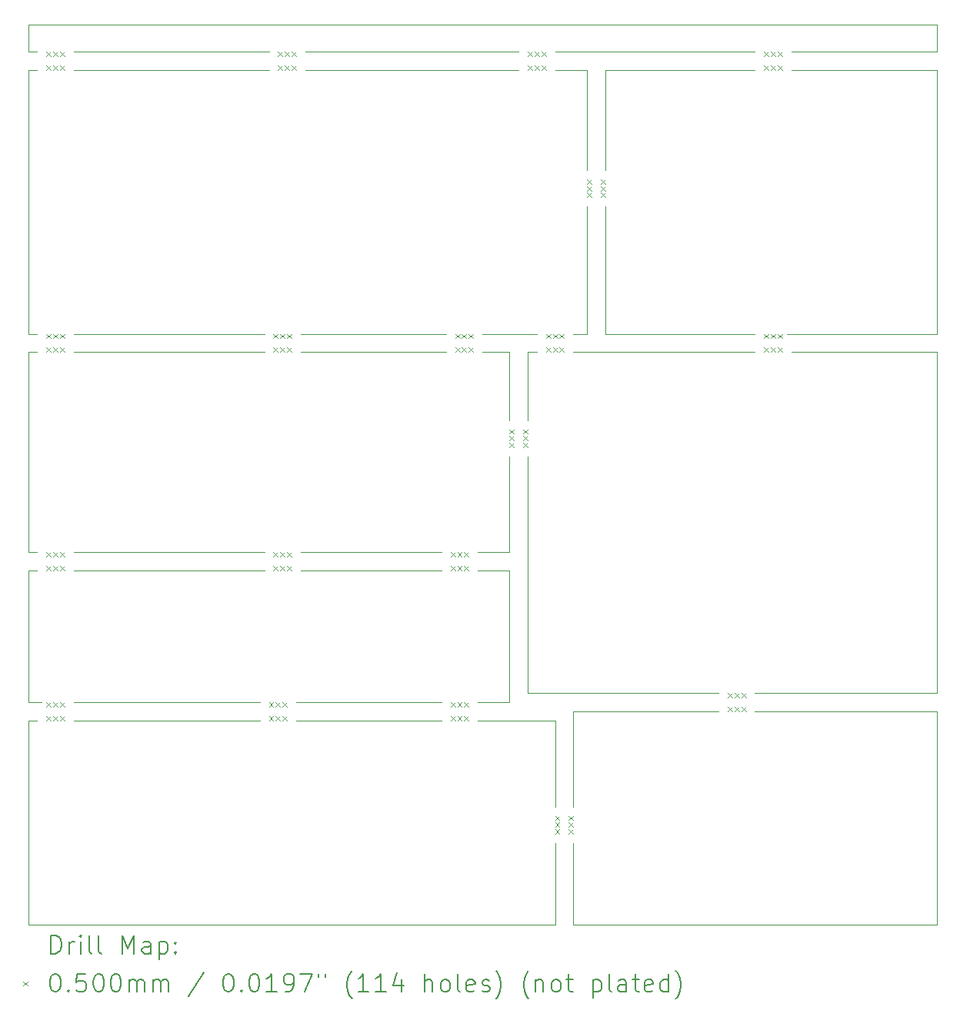
<source format=gbr>
%TF.GenerationSoftware,KiCad,Pcbnew,(6.0.8)*%
%TF.CreationDate,2022-11-19T23:49:12+04:00*%
%TF.ProjectId,panel,70616e65-6c2e-46b6-9963-61645f706362,rev?*%
%TF.SameCoordinates,Original*%
%TF.FileFunction,Drillmap*%
%TF.FilePolarity,Positive*%
%FSLAX45Y45*%
G04 Gerber Fmt 4.5, Leading zero omitted, Abs format (unit mm)*
G04 Created by KiCad (PCBNEW (6.0.8)) date 2022-11-19 23:49:12*
%MOMM*%
%LPD*%
G01*
G04 APERTURE LIST*
%ADD10C,0.100000*%
%ADD11C,0.050000*%
%ADD12C,0.200000*%
G04 APERTURE END LIST*
D10*
X6100000Y-6500000D02*
X6000000Y-6500000D01*
D11*
X6000000Y-12800000D02*
X6000000Y-10550000D01*
X11800000Y-12800000D02*
X6000000Y-12800000D01*
D10*
X11500000Y-10250000D02*
X11500000Y-7650000D01*
X11300000Y-10350000D02*
X10950000Y-10350000D01*
X8600000Y-8700000D02*
X6500000Y-8700000D01*
X6500000Y-3400000D02*
X8650000Y-3400000D01*
X10950000Y-10550000D02*
X11800000Y-10550000D01*
X11500000Y-7250000D02*
X11500000Y-6500000D01*
X16000000Y-6300000D02*
X14350000Y-6300000D01*
X11300000Y-7650000D02*
X11300000Y-8700000D01*
X10550000Y-8700000D02*
X9000000Y-8700000D01*
X14400000Y-3400000D02*
X16000000Y-3400000D01*
X11300000Y-8700000D02*
X10950000Y-8700000D01*
X8550000Y-10550000D02*
X6500000Y-10550000D01*
X11300000Y-6500000D02*
X11300000Y-7250000D01*
D11*
X16000000Y-6500000D02*
X16000000Y-10250000D01*
X6000000Y-6300000D02*
X6000000Y-3400000D01*
D10*
X11800000Y-10550000D02*
X11800000Y-11500000D01*
X11800000Y-3200000D02*
X14000000Y-3200000D01*
X6500000Y-10350000D02*
X8550000Y-10350000D01*
X6100000Y-10550000D02*
X6000000Y-10550000D01*
X12000000Y-11500000D02*
X12000000Y-10450000D01*
X11800000Y-11900000D02*
X11800000Y-12800000D01*
X6500000Y-8900000D02*
X8600000Y-8900000D01*
X14400000Y-6500000D02*
X16000000Y-6500000D01*
X14400000Y-3200000D02*
X16000000Y-3200000D01*
D11*
X6000000Y-8700000D02*
X6000000Y-6500000D01*
D10*
X6500000Y-3200000D02*
X8650000Y-3200000D01*
X12150000Y-4900000D02*
X12150000Y-6300000D01*
X12000000Y-10450000D02*
X13600000Y-10450000D01*
X11800000Y-3400000D02*
X12150000Y-3400000D01*
X12350000Y-3400000D02*
X12350000Y-4500000D01*
X6100000Y-8900000D02*
X6000000Y-8900000D01*
X11000000Y-6500000D02*
X11300000Y-6500000D01*
X6000000Y-3200000D02*
X6000000Y-2900000D01*
X12150000Y-6300000D02*
X12000000Y-6300000D01*
X16000000Y-2900000D02*
X16000000Y-3200000D01*
X8600000Y-6300000D02*
X6500000Y-6300000D01*
X14000000Y-6300000D02*
X12350000Y-6300000D01*
X10550000Y-8900000D02*
X9000000Y-8900000D01*
X16000000Y-3400000D02*
X16000000Y-6300000D01*
X11300000Y-8900000D02*
X11300000Y-10350000D01*
X6000000Y-2900000D02*
X16000000Y-2900000D01*
X12000000Y-6500000D02*
X14000000Y-6500000D01*
X16000000Y-10450000D02*
X16000000Y-12800000D01*
X14000000Y-3400000D02*
X12350000Y-3400000D01*
X11500000Y-6500000D02*
X11600000Y-6500000D01*
X12350000Y-6300000D02*
X12350000Y-4900000D01*
X6500000Y-6500000D02*
X8600000Y-6500000D01*
X12150000Y-4500000D02*
X12150000Y-3400000D01*
X6100000Y-6300000D02*
X6000000Y-6300000D01*
X6100000Y-3200000D02*
X6000000Y-3200000D01*
X6000000Y-10350000D02*
X6150000Y-10350000D01*
X9000000Y-6500000D02*
X10600000Y-6500000D01*
X9000000Y-6300000D02*
X10600000Y-6300000D01*
X9050000Y-3200000D02*
X11400000Y-3200000D01*
X13600000Y-10250000D02*
X11500000Y-10250000D01*
X10550000Y-10350000D02*
X8950000Y-10350000D01*
X12000000Y-12800000D02*
X12000000Y-11900000D01*
X6100000Y-8700000D02*
X6000000Y-8700000D01*
X11000000Y-6300000D02*
X11600000Y-6300000D01*
X16000000Y-12800000D02*
X12000000Y-12800000D01*
X6100000Y-3400000D02*
X6000000Y-3400000D01*
X6000000Y-8900000D02*
X6000000Y-10350000D01*
X10550000Y-10550000D02*
X8950000Y-10550000D01*
X14000000Y-10250000D02*
X16000000Y-10250000D01*
X10950000Y-8900000D02*
X11300000Y-8900000D01*
X14000000Y-10450000D02*
X16000000Y-10450000D01*
X9050000Y-3400000D02*
X11400000Y-3400000D01*
D12*
D11*
X6200000Y-3200000D02*
X6250000Y-3250000D01*
X6250000Y-3200000D02*
X6200000Y-3250000D01*
X6200000Y-3350000D02*
X6250000Y-3400000D01*
X6250000Y-3350000D02*
X6200000Y-3400000D01*
X6200000Y-6300000D02*
X6250000Y-6350000D01*
X6250000Y-6300000D02*
X6200000Y-6350000D01*
X6200000Y-6450000D02*
X6250000Y-6500000D01*
X6250000Y-6450000D02*
X6200000Y-6500000D01*
X6200000Y-8700000D02*
X6250000Y-8750000D01*
X6250000Y-8700000D02*
X6200000Y-8750000D01*
X6200000Y-8850000D02*
X6250000Y-8900000D01*
X6250000Y-8850000D02*
X6200000Y-8900000D01*
X6200000Y-10350000D02*
X6250000Y-10400000D01*
X6250000Y-10350000D02*
X6200000Y-10400000D01*
X6200000Y-10500000D02*
X6250000Y-10550000D01*
X6250000Y-10500000D02*
X6200000Y-10550000D01*
X6275000Y-3200000D02*
X6325000Y-3250000D01*
X6325000Y-3200000D02*
X6275000Y-3250000D01*
X6275000Y-3350000D02*
X6325000Y-3400000D01*
X6325000Y-3350000D02*
X6275000Y-3400000D01*
X6275000Y-6300000D02*
X6325000Y-6350000D01*
X6325000Y-6300000D02*
X6275000Y-6350000D01*
X6275000Y-6450000D02*
X6325000Y-6500000D01*
X6325000Y-6450000D02*
X6275000Y-6500000D01*
X6275000Y-8700000D02*
X6325000Y-8750000D01*
X6325000Y-8700000D02*
X6275000Y-8750000D01*
X6275000Y-8850000D02*
X6325000Y-8900000D01*
X6325000Y-8850000D02*
X6275000Y-8900000D01*
X6275000Y-10350000D02*
X6325000Y-10400000D01*
X6325000Y-10350000D02*
X6275000Y-10400000D01*
X6275000Y-10500000D02*
X6325000Y-10550000D01*
X6325000Y-10500000D02*
X6275000Y-10550000D01*
X6350000Y-3200000D02*
X6400000Y-3250000D01*
X6400000Y-3200000D02*
X6350000Y-3250000D01*
X6350000Y-3350000D02*
X6400000Y-3400000D01*
X6400000Y-3350000D02*
X6350000Y-3400000D01*
X6350000Y-6300000D02*
X6400000Y-6350000D01*
X6400000Y-6300000D02*
X6350000Y-6350000D01*
X6350000Y-6450000D02*
X6400000Y-6500000D01*
X6400000Y-6450000D02*
X6350000Y-6500000D01*
X6350000Y-8700000D02*
X6400000Y-8750000D01*
X6400000Y-8700000D02*
X6350000Y-8750000D01*
X6350000Y-8850000D02*
X6400000Y-8900000D01*
X6400000Y-8850000D02*
X6350000Y-8900000D01*
X6350000Y-10350000D02*
X6400000Y-10400000D01*
X6400000Y-10350000D02*
X6350000Y-10400000D01*
X6350000Y-10500000D02*
X6400000Y-10550000D01*
X6400000Y-10500000D02*
X6350000Y-10550000D01*
X8650000Y-10350000D02*
X8700000Y-10400000D01*
X8700000Y-10350000D02*
X8650000Y-10400000D01*
X8650000Y-10500000D02*
X8700000Y-10550000D01*
X8700000Y-10500000D02*
X8650000Y-10550000D01*
X8700000Y-6300000D02*
X8750000Y-6350000D01*
X8750000Y-6300000D02*
X8700000Y-6350000D01*
X8700000Y-6450000D02*
X8750000Y-6500000D01*
X8750000Y-6450000D02*
X8700000Y-6500000D01*
X8700000Y-8700000D02*
X8750000Y-8750000D01*
X8750000Y-8700000D02*
X8700000Y-8750000D01*
X8700000Y-8850000D02*
X8750000Y-8900000D01*
X8750000Y-8850000D02*
X8700000Y-8900000D01*
X8725000Y-10350000D02*
X8775000Y-10400000D01*
X8775000Y-10350000D02*
X8725000Y-10400000D01*
X8725000Y-10500000D02*
X8775000Y-10550000D01*
X8775000Y-10500000D02*
X8725000Y-10550000D01*
X8750000Y-3200000D02*
X8800000Y-3250000D01*
X8800000Y-3200000D02*
X8750000Y-3250000D01*
X8750000Y-3350000D02*
X8800000Y-3400000D01*
X8800000Y-3350000D02*
X8750000Y-3400000D01*
X8775000Y-6300000D02*
X8825000Y-6350000D01*
X8825000Y-6300000D02*
X8775000Y-6350000D01*
X8775000Y-6450000D02*
X8825000Y-6500000D01*
X8825000Y-6450000D02*
X8775000Y-6500000D01*
X8775000Y-8700000D02*
X8825000Y-8750000D01*
X8825000Y-8700000D02*
X8775000Y-8750000D01*
X8775000Y-8850000D02*
X8825000Y-8900000D01*
X8825000Y-8850000D02*
X8775000Y-8900000D01*
X8800000Y-10350000D02*
X8850000Y-10400000D01*
X8850000Y-10350000D02*
X8800000Y-10400000D01*
X8800000Y-10500000D02*
X8850000Y-10550000D01*
X8850000Y-10500000D02*
X8800000Y-10550000D01*
X8825000Y-3200000D02*
X8875000Y-3250000D01*
X8875000Y-3200000D02*
X8825000Y-3250000D01*
X8825000Y-3350000D02*
X8875000Y-3400000D01*
X8875000Y-3350000D02*
X8825000Y-3400000D01*
X8850000Y-6300000D02*
X8900000Y-6350000D01*
X8900000Y-6300000D02*
X8850000Y-6350000D01*
X8850000Y-6450000D02*
X8900000Y-6500000D01*
X8900000Y-6450000D02*
X8850000Y-6500000D01*
X8850000Y-8700000D02*
X8900000Y-8750000D01*
X8900000Y-8700000D02*
X8850000Y-8750000D01*
X8850000Y-8850000D02*
X8900000Y-8900000D01*
X8900000Y-8850000D02*
X8850000Y-8900000D01*
X8900000Y-3200000D02*
X8950000Y-3250000D01*
X8950000Y-3200000D02*
X8900000Y-3250000D01*
X8900000Y-3350000D02*
X8950000Y-3400000D01*
X8950000Y-3350000D02*
X8900000Y-3400000D01*
X10650000Y-8700000D02*
X10700000Y-8750000D01*
X10700000Y-8700000D02*
X10650000Y-8750000D01*
X10650000Y-8850000D02*
X10700000Y-8900000D01*
X10700000Y-8850000D02*
X10650000Y-8900000D01*
X10650000Y-10350000D02*
X10700000Y-10400000D01*
X10700000Y-10350000D02*
X10650000Y-10400000D01*
X10650000Y-10500000D02*
X10700000Y-10550000D01*
X10700000Y-10500000D02*
X10650000Y-10550000D01*
X10700000Y-6300000D02*
X10750000Y-6350000D01*
X10750000Y-6300000D02*
X10700000Y-6350000D01*
X10700000Y-6450000D02*
X10750000Y-6500000D01*
X10750000Y-6450000D02*
X10700000Y-6500000D01*
X10725000Y-8700000D02*
X10775000Y-8750000D01*
X10775000Y-8700000D02*
X10725000Y-8750000D01*
X10725000Y-8850000D02*
X10775000Y-8900000D01*
X10775000Y-8850000D02*
X10725000Y-8900000D01*
X10725000Y-10350000D02*
X10775000Y-10400000D01*
X10775000Y-10350000D02*
X10725000Y-10400000D01*
X10725000Y-10500000D02*
X10775000Y-10550000D01*
X10775000Y-10500000D02*
X10725000Y-10550000D01*
X10775000Y-6300000D02*
X10825000Y-6350000D01*
X10825000Y-6300000D02*
X10775000Y-6350000D01*
X10775000Y-6450000D02*
X10825000Y-6500000D01*
X10825000Y-6450000D02*
X10775000Y-6500000D01*
X10800000Y-8700000D02*
X10850000Y-8750000D01*
X10850000Y-8700000D02*
X10800000Y-8750000D01*
X10800000Y-8850000D02*
X10850000Y-8900000D01*
X10850000Y-8850000D02*
X10800000Y-8900000D01*
X10800000Y-10350000D02*
X10850000Y-10400000D01*
X10850000Y-10350000D02*
X10800000Y-10400000D01*
X10800000Y-10500000D02*
X10850000Y-10550000D01*
X10850000Y-10500000D02*
X10800000Y-10550000D01*
X10850000Y-6300000D02*
X10900000Y-6350000D01*
X10900000Y-6300000D02*
X10850000Y-6350000D01*
X10850000Y-6450000D02*
X10900000Y-6500000D01*
X10900000Y-6450000D02*
X10850000Y-6500000D01*
X11300000Y-7350000D02*
X11350000Y-7400000D01*
X11350000Y-7350000D02*
X11300000Y-7400000D01*
X11300000Y-7425000D02*
X11350000Y-7475000D01*
X11350000Y-7425000D02*
X11300000Y-7475000D01*
X11300000Y-7500000D02*
X11350000Y-7550000D01*
X11350000Y-7500000D02*
X11300000Y-7550000D01*
X11450000Y-7350000D02*
X11500000Y-7400000D01*
X11500000Y-7350000D02*
X11450000Y-7400000D01*
X11450000Y-7425000D02*
X11500000Y-7475000D01*
X11500000Y-7425000D02*
X11450000Y-7475000D01*
X11450000Y-7500000D02*
X11500000Y-7550000D01*
X11500000Y-7500000D02*
X11450000Y-7550000D01*
X11500000Y-3200000D02*
X11550000Y-3250000D01*
X11550000Y-3200000D02*
X11500000Y-3250000D01*
X11500000Y-3350000D02*
X11550000Y-3400000D01*
X11550000Y-3350000D02*
X11500000Y-3400000D01*
X11575000Y-3200000D02*
X11625000Y-3250000D01*
X11625000Y-3200000D02*
X11575000Y-3250000D01*
X11575000Y-3350000D02*
X11625000Y-3400000D01*
X11625000Y-3350000D02*
X11575000Y-3400000D01*
X11650000Y-3200000D02*
X11700000Y-3250000D01*
X11700000Y-3200000D02*
X11650000Y-3250000D01*
X11650000Y-3350000D02*
X11700000Y-3400000D01*
X11700000Y-3350000D02*
X11650000Y-3400000D01*
X11700000Y-6300000D02*
X11750000Y-6350000D01*
X11750000Y-6300000D02*
X11700000Y-6350000D01*
X11700000Y-6450000D02*
X11750000Y-6500000D01*
X11750000Y-6450000D02*
X11700000Y-6500000D01*
X11775000Y-6300000D02*
X11825000Y-6350000D01*
X11825000Y-6300000D02*
X11775000Y-6350000D01*
X11775000Y-6450000D02*
X11825000Y-6500000D01*
X11825000Y-6450000D02*
X11775000Y-6500000D01*
X11800000Y-11600000D02*
X11850000Y-11650000D01*
X11850000Y-11600000D02*
X11800000Y-11650000D01*
X11800000Y-11675000D02*
X11850000Y-11725000D01*
X11850000Y-11675000D02*
X11800000Y-11725000D01*
X11800000Y-11750000D02*
X11850000Y-11800000D01*
X11850000Y-11750000D02*
X11800000Y-11800000D01*
X11850000Y-6300000D02*
X11900000Y-6350000D01*
X11900000Y-6300000D02*
X11850000Y-6350000D01*
X11850000Y-6450000D02*
X11900000Y-6500000D01*
X11900000Y-6450000D02*
X11850000Y-6500000D01*
X11950000Y-11600000D02*
X12000000Y-11650000D01*
X12000000Y-11600000D02*
X11950000Y-11650000D01*
X11950000Y-11675000D02*
X12000000Y-11725000D01*
X12000000Y-11675000D02*
X11950000Y-11725000D01*
X11950000Y-11750000D02*
X12000000Y-11800000D01*
X12000000Y-11750000D02*
X11950000Y-11800000D01*
X12150000Y-4600000D02*
X12200000Y-4650000D01*
X12200000Y-4600000D02*
X12150000Y-4650000D01*
X12150000Y-4675000D02*
X12200000Y-4725000D01*
X12200000Y-4675000D02*
X12150000Y-4725000D01*
X12150000Y-4750000D02*
X12200000Y-4800000D01*
X12200000Y-4750000D02*
X12150000Y-4800000D01*
X12300000Y-4600000D02*
X12350000Y-4650000D01*
X12350000Y-4600000D02*
X12300000Y-4650000D01*
X12300000Y-4675000D02*
X12350000Y-4725000D01*
X12350000Y-4675000D02*
X12300000Y-4725000D01*
X12300000Y-4750000D02*
X12350000Y-4800000D01*
X12350000Y-4750000D02*
X12300000Y-4800000D01*
X13700000Y-10250000D02*
X13750000Y-10300000D01*
X13750000Y-10250000D02*
X13700000Y-10300000D01*
X13700000Y-10400000D02*
X13750000Y-10450000D01*
X13750000Y-10400000D02*
X13700000Y-10450000D01*
X13775000Y-10250000D02*
X13825000Y-10300000D01*
X13825000Y-10250000D02*
X13775000Y-10300000D01*
X13775000Y-10400000D02*
X13825000Y-10450000D01*
X13825000Y-10400000D02*
X13775000Y-10450000D01*
X13850000Y-10250000D02*
X13900000Y-10300000D01*
X13900000Y-10250000D02*
X13850000Y-10300000D01*
X13850000Y-10400000D02*
X13900000Y-10450000D01*
X13900000Y-10400000D02*
X13850000Y-10450000D01*
X14100000Y-3200000D02*
X14150000Y-3250000D01*
X14150000Y-3200000D02*
X14100000Y-3250000D01*
X14100000Y-3350000D02*
X14150000Y-3400000D01*
X14150000Y-3350000D02*
X14100000Y-3400000D01*
X14100000Y-6300000D02*
X14150000Y-6350000D01*
X14150000Y-6300000D02*
X14100000Y-6350000D01*
X14100000Y-6450000D02*
X14150000Y-6500000D01*
X14150000Y-6450000D02*
X14100000Y-6500000D01*
X14175000Y-3200000D02*
X14225000Y-3250000D01*
X14225000Y-3200000D02*
X14175000Y-3250000D01*
X14175000Y-3350000D02*
X14225000Y-3400000D01*
X14225000Y-3350000D02*
X14175000Y-3400000D01*
X14175000Y-6300000D02*
X14225000Y-6350000D01*
X14225000Y-6300000D02*
X14175000Y-6350000D01*
X14175000Y-6450000D02*
X14225000Y-6500000D01*
X14225000Y-6450000D02*
X14175000Y-6500000D01*
X14250000Y-3200000D02*
X14300000Y-3250000D01*
X14300000Y-3200000D02*
X14250000Y-3250000D01*
X14250000Y-3350000D02*
X14300000Y-3400000D01*
X14300000Y-3350000D02*
X14250000Y-3400000D01*
X14250000Y-6300000D02*
X14300000Y-6350000D01*
X14300000Y-6300000D02*
X14250000Y-6350000D01*
X14250000Y-6450000D02*
X14300000Y-6500000D01*
X14300000Y-6450000D02*
X14250000Y-6500000D01*
D12*
X6252619Y-13115476D02*
X6252619Y-12915476D01*
X6300238Y-12915476D01*
X6328809Y-12925000D01*
X6347857Y-12944048D01*
X6357381Y-12963095D01*
X6366905Y-13001190D01*
X6366905Y-13029762D01*
X6357381Y-13067857D01*
X6347857Y-13086905D01*
X6328809Y-13105952D01*
X6300238Y-13115476D01*
X6252619Y-13115476D01*
X6452619Y-13115476D02*
X6452619Y-12982143D01*
X6452619Y-13020238D02*
X6462143Y-13001190D01*
X6471667Y-12991667D01*
X6490714Y-12982143D01*
X6509762Y-12982143D01*
X6576428Y-13115476D02*
X6576428Y-12982143D01*
X6576428Y-12915476D02*
X6566905Y-12925000D01*
X6576428Y-12934524D01*
X6585952Y-12925000D01*
X6576428Y-12915476D01*
X6576428Y-12934524D01*
X6700238Y-13115476D02*
X6681190Y-13105952D01*
X6671667Y-13086905D01*
X6671667Y-12915476D01*
X6805000Y-13115476D02*
X6785952Y-13105952D01*
X6776428Y-13086905D01*
X6776428Y-12915476D01*
X7033571Y-13115476D02*
X7033571Y-12915476D01*
X7100238Y-13058333D01*
X7166905Y-12915476D01*
X7166905Y-13115476D01*
X7347857Y-13115476D02*
X7347857Y-13010714D01*
X7338333Y-12991667D01*
X7319286Y-12982143D01*
X7281190Y-12982143D01*
X7262143Y-12991667D01*
X7347857Y-13105952D02*
X7328809Y-13115476D01*
X7281190Y-13115476D01*
X7262143Y-13105952D01*
X7252619Y-13086905D01*
X7252619Y-13067857D01*
X7262143Y-13048809D01*
X7281190Y-13039286D01*
X7328809Y-13039286D01*
X7347857Y-13029762D01*
X7443095Y-12982143D02*
X7443095Y-13182143D01*
X7443095Y-12991667D02*
X7462143Y-12982143D01*
X7500238Y-12982143D01*
X7519286Y-12991667D01*
X7528809Y-13001190D01*
X7538333Y-13020238D01*
X7538333Y-13077381D01*
X7528809Y-13096428D01*
X7519286Y-13105952D01*
X7500238Y-13115476D01*
X7462143Y-13115476D01*
X7443095Y-13105952D01*
X7624048Y-13096428D02*
X7633571Y-13105952D01*
X7624048Y-13115476D01*
X7614524Y-13105952D01*
X7624048Y-13096428D01*
X7624048Y-13115476D01*
X7624048Y-12991667D02*
X7633571Y-13001190D01*
X7624048Y-13010714D01*
X7614524Y-13001190D01*
X7624048Y-12991667D01*
X7624048Y-13010714D01*
D11*
X5945000Y-13420000D02*
X5995000Y-13470000D01*
X5995000Y-13420000D02*
X5945000Y-13470000D01*
D12*
X6290714Y-13335476D02*
X6309762Y-13335476D01*
X6328809Y-13345000D01*
X6338333Y-13354524D01*
X6347857Y-13373571D01*
X6357381Y-13411667D01*
X6357381Y-13459286D01*
X6347857Y-13497381D01*
X6338333Y-13516428D01*
X6328809Y-13525952D01*
X6309762Y-13535476D01*
X6290714Y-13535476D01*
X6271667Y-13525952D01*
X6262143Y-13516428D01*
X6252619Y-13497381D01*
X6243095Y-13459286D01*
X6243095Y-13411667D01*
X6252619Y-13373571D01*
X6262143Y-13354524D01*
X6271667Y-13345000D01*
X6290714Y-13335476D01*
X6443095Y-13516428D02*
X6452619Y-13525952D01*
X6443095Y-13535476D01*
X6433571Y-13525952D01*
X6443095Y-13516428D01*
X6443095Y-13535476D01*
X6633571Y-13335476D02*
X6538333Y-13335476D01*
X6528809Y-13430714D01*
X6538333Y-13421190D01*
X6557381Y-13411667D01*
X6605000Y-13411667D01*
X6624048Y-13421190D01*
X6633571Y-13430714D01*
X6643095Y-13449762D01*
X6643095Y-13497381D01*
X6633571Y-13516428D01*
X6624048Y-13525952D01*
X6605000Y-13535476D01*
X6557381Y-13535476D01*
X6538333Y-13525952D01*
X6528809Y-13516428D01*
X6766905Y-13335476D02*
X6785952Y-13335476D01*
X6805000Y-13345000D01*
X6814524Y-13354524D01*
X6824048Y-13373571D01*
X6833571Y-13411667D01*
X6833571Y-13459286D01*
X6824048Y-13497381D01*
X6814524Y-13516428D01*
X6805000Y-13525952D01*
X6785952Y-13535476D01*
X6766905Y-13535476D01*
X6747857Y-13525952D01*
X6738333Y-13516428D01*
X6728809Y-13497381D01*
X6719286Y-13459286D01*
X6719286Y-13411667D01*
X6728809Y-13373571D01*
X6738333Y-13354524D01*
X6747857Y-13345000D01*
X6766905Y-13335476D01*
X6957381Y-13335476D02*
X6976428Y-13335476D01*
X6995476Y-13345000D01*
X7005000Y-13354524D01*
X7014524Y-13373571D01*
X7024048Y-13411667D01*
X7024048Y-13459286D01*
X7014524Y-13497381D01*
X7005000Y-13516428D01*
X6995476Y-13525952D01*
X6976428Y-13535476D01*
X6957381Y-13535476D01*
X6938333Y-13525952D01*
X6928809Y-13516428D01*
X6919286Y-13497381D01*
X6909762Y-13459286D01*
X6909762Y-13411667D01*
X6919286Y-13373571D01*
X6928809Y-13354524D01*
X6938333Y-13345000D01*
X6957381Y-13335476D01*
X7109762Y-13535476D02*
X7109762Y-13402143D01*
X7109762Y-13421190D02*
X7119286Y-13411667D01*
X7138333Y-13402143D01*
X7166905Y-13402143D01*
X7185952Y-13411667D01*
X7195476Y-13430714D01*
X7195476Y-13535476D01*
X7195476Y-13430714D02*
X7205000Y-13411667D01*
X7224048Y-13402143D01*
X7252619Y-13402143D01*
X7271667Y-13411667D01*
X7281190Y-13430714D01*
X7281190Y-13535476D01*
X7376428Y-13535476D02*
X7376428Y-13402143D01*
X7376428Y-13421190D02*
X7385952Y-13411667D01*
X7405000Y-13402143D01*
X7433571Y-13402143D01*
X7452619Y-13411667D01*
X7462143Y-13430714D01*
X7462143Y-13535476D01*
X7462143Y-13430714D02*
X7471667Y-13411667D01*
X7490714Y-13402143D01*
X7519286Y-13402143D01*
X7538333Y-13411667D01*
X7547857Y-13430714D01*
X7547857Y-13535476D01*
X7938333Y-13325952D02*
X7766905Y-13583095D01*
X8195476Y-13335476D02*
X8214524Y-13335476D01*
X8233571Y-13345000D01*
X8243095Y-13354524D01*
X8252619Y-13373571D01*
X8262143Y-13411667D01*
X8262143Y-13459286D01*
X8252619Y-13497381D01*
X8243095Y-13516428D01*
X8233571Y-13525952D01*
X8214524Y-13535476D01*
X8195476Y-13535476D01*
X8176428Y-13525952D01*
X8166905Y-13516428D01*
X8157381Y-13497381D01*
X8147857Y-13459286D01*
X8147857Y-13411667D01*
X8157381Y-13373571D01*
X8166905Y-13354524D01*
X8176428Y-13345000D01*
X8195476Y-13335476D01*
X8347857Y-13516428D02*
X8357381Y-13525952D01*
X8347857Y-13535476D01*
X8338333Y-13525952D01*
X8347857Y-13516428D01*
X8347857Y-13535476D01*
X8481190Y-13335476D02*
X8500238Y-13335476D01*
X8519286Y-13345000D01*
X8528810Y-13354524D01*
X8538333Y-13373571D01*
X8547857Y-13411667D01*
X8547857Y-13459286D01*
X8538333Y-13497381D01*
X8528810Y-13516428D01*
X8519286Y-13525952D01*
X8500238Y-13535476D01*
X8481190Y-13535476D01*
X8462143Y-13525952D01*
X8452619Y-13516428D01*
X8443095Y-13497381D01*
X8433571Y-13459286D01*
X8433571Y-13411667D01*
X8443095Y-13373571D01*
X8452619Y-13354524D01*
X8462143Y-13345000D01*
X8481190Y-13335476D01*
X8738333Y-13535476D02*
X8624048Y-13535476D01*
X8681190Y-13535476D02*
X8681190Y-13335476D01*
X8662143Y-13364048D01*
X8643095Y-13383095D01*
X8624048Y-13392619D01*
X8833571Y-13535476D02*
X8871667Y-13535476D01*
X8890714Y-13525952D01*
X8900238Y-13516428D01*
X8919286Y-13487857D01*
X8928810Y-13449762D01*
X8928810Y-13373571D01*
X8919286Y-13354524D01*
X8909762Y-13345000D01*
X8890714Y-13335476D01*
X8852619Y-13335476D01*
X8833571Y-13345000D01*
X8824048Y-13354524D01*
X8814524Y-13373571D01*
X8814524Y-13421190D01*
X8824048Y-13440238D01*
X8833571Y-13449762D01*
X8852619Y-13459286D01*
X8890714Y-13459286D01*
X8909762Y-13449762D01*
X8919286Y-13440238D01*
X8928810Y-13421190D01*
X8995476Y-13335476D02*
X9128810Y-13335476D01*
X9043095Y-13535476D01*
X9195476Y-13335476D02*
X9195476Y-13373571D01*
X9271667Y-13335476D02*
X9271667Y-13373571D01*
X9566905Y-13611667D02*
X9557381Y-13602143D01*
X9538333Y-13573571D01*
X9528810Y-13554524D01*
X9519286Y-13525952D01*
X9509762Y-13478333D01*
X9509762Y-13440238D01*
X9519286Y-13392619D01*
X9528810Y-13364048D01*
X9538333Y-13345000D01*
X9557381Y-13316428D01*
X9566905Y-13306905D01*
X9747857Y-13535476D02*
X9633571Y-13535476D01*
X9690714Y-13535476D02*
X9690714Y-13335476D01*
X9671667Y-13364048D01*
X9652619Y-13383095D01*
X9633571Y-13392619D01*
X9938333Y-13535476D02*
X9824048Y-13535476D01*
X9881190Y-13535476D02*
X9881190Y-13335476D01*
X9862143Y-13364048D01*
X9843095Y-13383095D01*
X9824048Y-13392619D01*
X10109762Y-13402143D02*
X10109762Y-13535476D01*
X10062143Y-13325952D02*
X10014524Y-13468809D01*
X10138333Y-13468809D01*
X10366905Y-13535476D02*
X10366905Y-13335476D01*
X10452619Y-13535476D02*
X10452619Y-13430714D01*
X10443095Y-13411667D01*
X10424048Y-13402143D01*
X10395476Y-13402143D01*
X10376429Y-13411667D01*
X10366905Y-13421190D01*
X10576429Y-13535476D02*
X10557381Y-13525952D01*
X10547857Y-13516428D01*
X10538333Y-13497381D01*
X10538333Y-13440238D01*
X10547857Y-13421190D01*
X10557381Y-13411667D01*
X10576429Y-13402143D01*
X10605000Y-13402143D01*
X10624048Y-13411667D01*
X10633571Y-13421190D01*
X10643095Y-13440238D01*
X10643095Y-13497381D01*
X10633571Y-13516428D01*
X10624048Y-13525952D01*
X10605000Y-13535476D01*
X10576429Y-13535476D01*
X10757381Y-13535476D02*
X10738333Y-13525952D01*
X10728810Y-13506905D01*
X10728810Y-13335476D01*
X10909762Y-13525952D02*
X10890714Y-13535476D01*
X10852619Y-13535476D01*
X10833571Y-13525952D01*
X10824048Y-13506905D01*
X10824048Y-13430714D01*
X10833571Y-13411667D01*
X10852619Y-13402143D01*
X10890714Y-13402143D01*
X10909762Y-13411667D01*
X10919286Y-13430714D01*
X10919286Y-13449762D01*
X10824048Y-13468809D01*
X10995476Y-13525952D02*
X11014524Y-13535476D01*
X11052619Y-13535476D01*
X11071667Y-13525952D01*
X11081190Y-13506905D01*
X11081190Y-13497381D01*
X11071667Y-13478333D01*
X11052619Y-13468809D01*
X11024048Y-13468809D01*
X11005000Y-13459286D01*
X10995476Y-13440238D01*
X10995476Y-13430714D01*
X11005000Y-13411667D01*
X11024048Y-13402143D01*
X11052619Y-13402143D01*
X11071667Y-13411667D01*
X11147857Y-13611667D02*
X11157381Y-13602143D01*
X11176429Y-13573571D01*
X11185952Y-13554524D01*
X11195476Y-13525952D01*
X11205000Y-13478333D01*
X11205000Y-13440238D01*
X11195476Y-13392619D01*
X11185952Y-13364048D01*
X11176429Y-13345000D01*
X11157381Y-13316428D01*
X11147857Y-13306905D01*
X11509762Y-13611667D02*
X11500238Y-13602143D01*
X11481190Y-13573571D01*
X11471667Y-13554524D01*
X11462143Y-13525952D01*
X11452619Y-13478333D01*
X11452619Y-13440238D01*
X11462143Y-13392619D01*
X11471667Y-13364048D01*
X11481190Y-13345000D01*
X11500238Y-13316428D01*
X11509762Y-13306905D01*
X11585952Y-13402143D02*
X11585952Y-13535476D01*
X11585952Y-13421190D02*
X11595476Y-13411667D01*
X11614524Y-13402143D01*
X11643095Y-13402143D01*
X11662143Y-13411667D01*
X11671667Y-13430714D01*
X11671667Y-13535476D01*
X11795476Y-13535476D02*
X11776428Y-13525952D01*
X11766905Y-13516428D01*
X11757381Y-13497381D01*
X11757381Y-13440238D01*
X11766905Y-13421190D01*
X11776428Y-13411667D01*
X11795476Y-13402143D01*
X11824048Y-13402143D01*
X11843095Y-13411667D01*
X11852619Y-13421190D01*
X11862143Y-13440238D01*
X11862143Y-13497381D01*
X11852619Y-13516428D01*
X11843095Y-13525952D01*
X11824048Y-13535476D01*
X11795476Y-13535476D01*
X11919286Y-13402143D02*
X11995476Y-13402143D01*
X11947857Y-13335476D02*
X11947857Y-13506905D01*
X11957381Y-13525952D01*
X11976428Y-13535476D01*
X11995476Y-13535476D01*
X12214524Y-13402143D02*
X12214524Y-13602143D01*
X12214524Y-13411667D02*
X12233571Y-13402143D01*
X12271667Y-13402143D01*
X12290714Y-13411667D01*
X12300238Y-13421190D01*
X12309762Y-13440238D01*
X12309762Y-13497381D01*
X12300238Y-13516428D01*
X12290714Y-13525952D01*
X12271667Y-13535476D01*
X12233571Y-13535476D01*
X12214524Y-13525952D01*
X12424048Y-13535476D02*
X12405000Y-13525952D01*
X12395476Y-13506905D01*
X12395476Y-13335476D01*
X12585952Y-13535476D02*
X12585952Y-13430714D01*
X12576428Y-13411667D01*
X12557381Y-13402143D01*
X12519286Y-13402143D01*
X12500238Y-13411667D01*
X12585952Y-13525952D02*
X12566905Y-13535476D01*
X12519286Y-13535476D01*
X12500238Y-13525952D01*
X12490714Y-13506905D01*
X12490714Y-13487857D01*
X12500238Y-13468809D01*
X12519286Y-13459286D01*
X12566905Y-13459286D01*
X12585952Y-13449762D01*
X12652619Y-13402143D02*
X12728809Y-13402143D01*
X12681190Y-13335476D02*
X12681190Y-13506905D01*
X12690714Y-13525952D01*
X12709762Y-13535476D01*
X12728809Y-13535476D01*
X12871667Y-13525952D02*
X12852619Y-13535476D01*
X12814524Y-13535476D01*
X12795476Y-13525952D01*
X12785952Y-13506905D01*
X12785952Y-13430714D01*
X12795476Y-13411667D01*
X12814524Y-13402143D01*
X12852619Y-13402143D01*
X12871667Y-13411667D01*
X12881190Y-13430714D01*
X12881190Y-13449762D01*
X12785952Y-13468809D01*
X13052619Y-13535476D02*
X13052619Y-13335476D01*
X13052619Y-13525952D02*
X13033571Y-13535476D01*
X12995476Y-13535476D01*
X12976428Y-13525952D01*
X12966905Y-13516428D01*
X12957381Y-13497381D01*
X12957381Y-13440238D01*
X12966905Y-13421190D01*
X12976428Y-13411667D01*
X12995476Y-13402143D01*
X13033571Y-13402143D01*
X13052619Y-13411667D01*
X13128809Y-13611667D02*
X13138333Y-13602143D01*
X13157381Y-13573571D01*
X13166905Y-13554524D01*
X13176428Y-13525952D01*
X13185952Y-13478333D01*
X13185952Y-13440238D01*
X13176428Y-13392619D01*
X13166905Y-13364048D01*
X13157381Y-13345000D01*
X13138333Y-13316428D01*
X13128809Y-13306905D01*
M02*

</source>
